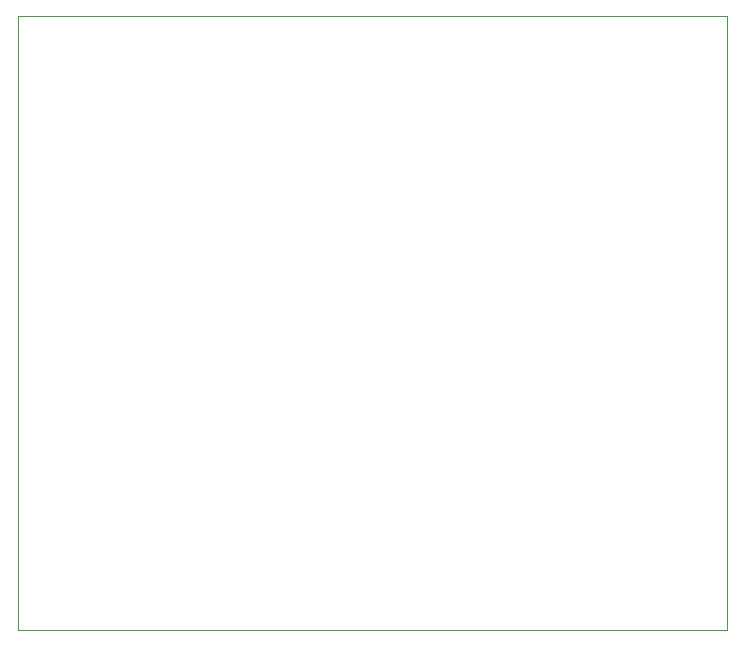
<source format=gbr>
%TF.GenerationSoftware,KiCad,Pcbnew,7.0.9*%
%TF.CreationDate,2023-12-12T13:04:41+02:00*%
%TF.ProjectId,ADuM3165_USB_ISOLATION,4144754d-3331-4363-955f-5553425f4953,rev?*%
%TF.SameCoordinates,Original*%
%TF.FileFunction,Profile,NP*%
%FSLAX46Y46*%
G04 Gerber Fmt 4.6, Leading zero omitted, Abs format (unit mm)*
G04 Created by KiCad (PCBNEW 7.0.9) date 2023-12-12 13:04:41*
%MOMM*%
%LPD*%
G01*
G04 APERTURE LIST*
%TA.AperFunction,Profile*%
%ADD10C,0.100000*%
%TD*%
G04 APERTURE END LIST*
D10*
X100000000Y-100000000D02*
X160000000Y-100000000D01*
X160000000Y-152000000D01*
X100000000Y-152000000D01*
X100000000Y-100000000D01*
M02*

</source>
